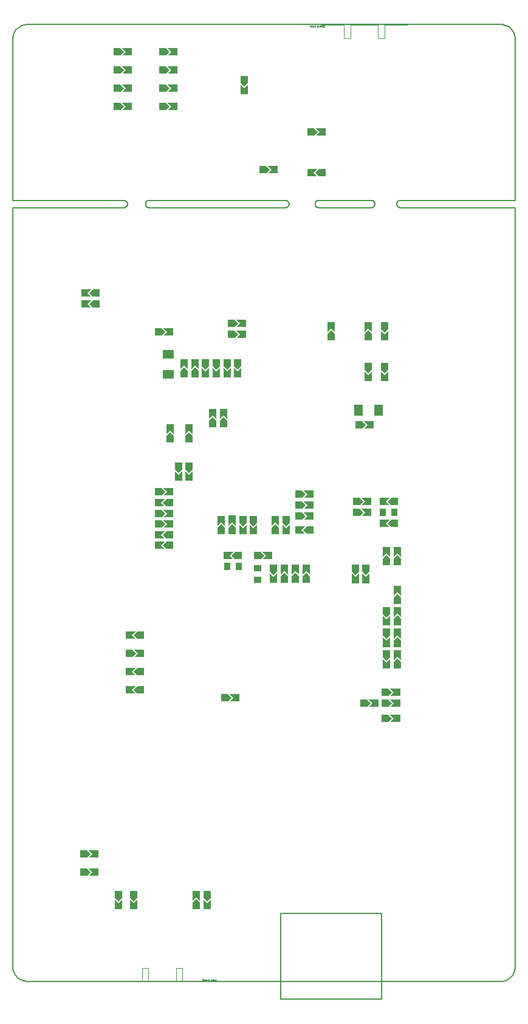
<source format=gbr>
%FSTAX23Y23*%
%MOIN*%
%SFA1B1*%

%IPPOS*%
%ADD12R,0.035430X0.039370*%
%ADD13R,0.039370X0.035430*%
%ADD16R,0.032000X0.040000*%
%ADD17R,0.040000X0.032000*%
%ADD43R,0.050000X0.060000*%
%ADD44R,0.060000X0.050000*%
%ADD55C,0.005000*%
%ADD70C,0.003940*%
%ADD71C,0.001970*%
%LNmb1137-1*%
%LPD*%
G36*
X00763Y00137D02*
X00783Y00117D01*
X00753*
Y00137*
Y00157*
X00783*
X00763Y00137*
G37*
G36*
X00803Y00117D02*
X00793D01*
X00773Y00137*
X00793Y00157*
X00803*
Y00117*
G37*
G36*
X01701Y00121D02*
Y00111D01*
X01661*
Y00121*
X01681Y00141*
X01701Y00121*
G37*
G36*
X01082Y00032D02*
X01062Y00052D01*
X01042Y00032*
Y00062*
X01082*
Y00032*
G37*
G36*
X01642Y00121D02*
Y00111D01*
X01602*
Y00121*
X01622Y00141*
X01642Y00121*
G37*
G36*
X01701Y00131D02*
X01681Y00151D01*
X01661Y00131*
Y00161*
X01701*
Y00131*
G37*
G36*
X00385Y00192D02*
X00405Y00172D01*
X00375*
Y00192*
Y00212*
X00405*
X00385Y00192*
G37*
G36*
X01642Y00131D02*
X01622Y00151D01*
X01602Y00131*
Y00161*
X01642*
Y00131*
G37*
G36*
X00951Y00138D02*
X00931Y00118D01*
X00921*
Y00158*
X00931*
X00951Y00138*
G37*
G36*
X00971D02*
Y00118D01*
X00941*
X00961Y00138*
X00941Y00158*
X00971*
Y00138*
G37*
G36*
X012Y00032D02*
X0118Y00052D01*
X0116Y00032*
Y00062*
X012*
Y00032*
G37*
G36*
X0147Y00009D02*
X0143D01*
Y00039*
X0145Y00019*
X0147Y00039*
Y00009*
G37*
G36*
X01529D02*
X01489D01*
Y00039*
X01509Y00019*
X01529Y00039*
Y00009*
G37*
G36*
X01082Y00022D02*
Y00012D01*
X01042*
Y00022*
X01062Y00042*
X01082Y00022*
G37*
G36*
X01141Y00022D02*
Y00012D01*
X01101*
Y00022*
X01121Y00042*
X01141Y00022*
G37*
G36*
X012D02*
Y00012D01*
X0116*
Y00022*
X0118Y00042*
X012Y00022*
G37*
G36*
X01023Y00049D02*
X01003Y00029D01*
X00983Y00049*
Y00059*
X01023*
Y00049*
G37*
G36*
X01141Y00032D02*
X01121Y00052D01*
X01101Y00032*
Y00062*
X01141*
Y00032*
G37*
G36*
X01529Y00049D02*
X01509Y00029D01*
X01489Y00049*
Y00059*
X01529*
Y00049*
G37*
G36*
X01023Y00009D02*
X00983D01*
Y00039*
X01003Y00019*
X01023Y00039*
Y00009*
G37*
G36*
X0147Y00049D02*
X0145Y00029D01*
X0143Y00049*
Y00059*
X0147*
Y00049*
G37*
G36*
X00425Y00172D02*
X00415D01*
X00395Y00192*
X00415Y00212*
X00425*
Y00172*
G37*
G36*
X00854Y00318D02*
X00834Y00298D01*
X00814Y00318*
Y00328*
X00854*
Y00318*
G37*
G36*
X00913D02*
X00893Y00298D01*
X00873Y00318*
Y00328*
X00913*
Y00318*
G37*
G36*
X01657Y00294D02*
X01647D01*
X01627Y00314*
X01647Y00334*
X01657*
Y00294*
G37*
G36*
X00428Y00309D02*
Y00289D01*
X00398*
X00418Y00309*
X00398Y00329*
X00428*
Y00309*
G37*
G36*
X01617Y00314D02*
X01637Y00294D01*
X01607*
Y00314*
Y00334*
X01637*
X01617Y00314*
G37*
G36*
X00795Y00301D02*
X00775Y00321D01*
X00755Y00301*
Y00331*
X00795*
Y00301*
G37*
G36*
X01178Y00354D02*
X01158Y00334D01*
X01148*
Y00374*
X01158*
X01178Y00354*
G37*
G36*
X01033Y00301D02*
X01013Y00321D01*
X00993Y00301*
Y00331*
X01033*
Y00301*
G37*
G36*
X01092Y00318D02*
X01072Y00298D01*
X01052Y00318*
Y00328*
X01092*
Y00318*
G37*
G36*
X00736Y00301D02*
X00716Y00321D01*
X00696Y00301*
Y00331*
X00736*
Y00301*
G37*
G36*
X00408Y00309D02*
X00388Y00289D01*
X00378*
Y00329*
X00388*
X00408Y00309*
G37*
G36*
X01195Y00256D02*
X01185D01*
X01165Y00276*
X01185Y00296*
X01195*
Y00256*
G37*
G36*
X00736Y00291D02*
Y00281D01*
X00696*
Y00291*
X00716Y00311*
X00736Y00291*
G37*
G36*
X01155Y00276D02*
X01175Y00256D01*
X01145*
Y00276*
Y00296*
X01175*
X01155Y00276*
G37*
G36*
X00385Y00251D02*
X00405Y00231D01*
X00375*
Y00251*
Y00271*
X00405*
X00385Y00251*
G37*
G36*
X00425Y00231D02*
X00415D01*
X00395Y00251*
X00415Y00271*
X00425*
Y00231*
G37*
G36*
X00913Y00278D02*
X00873D01*
Y00308*
X00893Y00288*
X00913Y00308*
Y00278*
G37*
G36*
X01092D02*
X01052D01*
Y00308*
X01072Y00288*
X01092Y00308*
Y00278*
G37*
G36*
X00854D02*
X00814D01*
Y00308*
X00834Y00288*
X00854Y00308*
Y00278*
G37*
G36*
X01033Y00291D02*
Y00281D01*
X00993*
Y00291*
X01013Y00311*
X01033Y00291*
G37*
G36*
X00795Y00291D02*
Y00281D01*
X00755*
Y00291*
X00775Y00311*
X00795Y00291*
G37*
G36*
X017Y-00082D02*
X0168Y-00062D01*
X0166Y-00082*
Y-00052*
X017*
Y-00082*
G37*
G36*
X01535Y-00672D02*
X01515Y-00692D01*
X01505*
Y-00652*
X01515*
X01535Y-00672*
G37*
G36*
X01555D02*
Y-00692D01*
X01525*
X01545Y-00672*
X01525Y-00652*
X01555*
Y-00672*
G37*
G36*
X01673Y-00755D02*
Y-00775D01*
X01643*
X01663Y-00755*
X01643Y-00735*
X01673*
Y-00755*
G37*
G36*
X00018Y-015D02*
Y-0152D01*
X-00011*
X00008Y-015*
X-00011Y-0148*
X00018*
Y-015*
G37*
G36*
X01653Y-00755D02*
X01633Y-00775D01*
X01623*
Y-00735*
X01633*
X01653Y-00755*
G37*
G36*
X00791Y-00642D02*
Y-00662D01*
X00761*
X00781Y-00642*
X00761Y-00622*
X00791*
Y-00642*
G37*
G36*
X01653Y-00613D02*
X01633Y-00633D01*
X01623*
Y-00593*
X01633*
X01653Y-00613*
G37*
G36*
X00771Y-00642D02*
X00751Y-00662D01*
X00741*
Y-00622*
X00751*
X00771Y-00642*
G37*
G36*
X01653Y-00672D02*
X01633Y-00692D01*
X01623*
Y-00652*
X01633*
X01653Y-00672*
G37*
G36*
X01673D02*
Y-00692D01*
X01643*
X01663Y-00672*
X01643Y-00652*
X01673*
Y-00672*
G37*
G36*
X-00001Y-015D02*
X-00021Y-0152D01*
X-00031*
Y-0148*
X-00021*
X-00001Y-015*
G37*
G36*
X00256Y-01779D02*
X00216D01*
Y-01749*
X00236Y-01769*
X00256Y-01749*
Y-01779*
G37*
G36*
X00658Y-01739D02*
X00638Y-01759D01*
X00618Y-01739*
Y-01729*
X00658*
Y-01739*
G37*
G36*
X00171Y-01779D02*
X00131D01*
Y-01749*
X00151Y-01769*
X00171Y-01749*
Y-01779*
G37*
G36*
X00599Y-01766D02*
Y-01776D01*
X00559*
Y-01766*
X00579Y-01746*
X00599Y-01766*
G37*
G36*
X00658Y-01779D02*
X00618D01*
Y-01749*
X00638Y-01769*
X00658Y-01749*
Y-01779*
G37*
G36*
X-00001Y-016D02*
X-00021Y-0162D01*
X-00031*
Y-0158*
X-00021*
X-00001Y-016*
G37*
G36*
X00018D02*
Y-0162D01*
X-00011*
X00008Y-016*
X-00011Y-0158*
X00018*
Y-016*
G37*
G36*
X00599Y-01756D02*
X00579Y-01736D01*
X00559Y-01756*
Y-01726*
X00599*
Y-01756*
G37*
G36*
X00171Y-01739D02*
X00151Y-01759D01*
X00131Y-01739*
Y-01729*
X00171*
Y-01739*
G37*
G36*
X00256D02*
X00236Y-01759D01*
X00216Y-01739*
Y-01729*
X00256*
Y-01739*
G37*
G36*
X01673Y-00613D02*
Y-00633D01*
X01643*
X01663Y-00613*
X01643Y-00593*
X01673*
Y-00613*
G37*
G36*
X00265Y-0032D02*
X00255D01*
X00235Y-003*
X00255Y-0028*
X00265*
Y-0032*
G37*
G36*
X01701Y-00319D02*
X01681Y-00299D01*
X01661Y-00319*
Y-00289*
X01701*
Y-00319*
G37*
G36*
X00225Y-003D02*
X00245Y-0032D01*
X00215*
Y-003*
Y-0028*
X00245*
X00225Y-003*
G37*
G36*
X01642Y-00341D02*
X01602D01*
Y-00311*
X01622Y-00331*
X01642Y-00311*
Y-00341*
G37*
G36*
Y-00301D02*
X01622Y-00321D01*
X01602Y-00301*
Y-00291*
X01642*
Y-00301*
G37*
G36*
X01701Y-00201D02*
X01681Y-00181D01*
X01661Y-00201*
Y-00171*
X01701*
Y-00201*
G37*
G36*
X017Y-00092D02*
Y-00102D01*
X0166*
Y-00092*
X0168Y-00072*
X017Y-00092*
G37*
G36*
X01641Y-00183D02*
X01621Y-00203D01*
X01601Y-00183*
Y-00173*
X01641*
Y-00183*
G37*
G36*
X01701Y-00211D02*
Y-00221D01*
X01661*
Y-00211*
X01681Y-00191*
X01701Y-00211*
G37*
G36*
X01641Y-00223D02*
X01601D01*
Y-00193*
X01621Y-00213*
X01641Y-00193*
Y-00223*
G37*
G36*
X01701Y-00329D02*
Y-00339D01*
X01661*
Y-00329*
X01681Y-00309*
X01701Y-00329*
G37*
G36*
X00265Y-0052D02*
X00255D01*
X00235Y-005*
X00255Y-0048*
X00265*
Y-0052*
G37*
G36*
X01701Y-00446D02*
Y-00456D01*
X01661*
Y-00446*
X01681Y-00426*
X01701Y-00446*
G37*
G36*
X00225Y-005D02*
X00245Y-0052D01*
X00215*
Y-005*
Y-0048*
X00245*
X00225Y-005*
G37*
G36*
X00226Y-006D02*
X00246Y-0062D01*
X00216*
Y-006*
Y-0058*
X00246*
X00226Y-006*
G37*
G36*
X00266Y-0062D02*
X00256D01*
X00236Y-006*
X00256Y-0058*
X00266*
Y-0062*
G37*
G36*
X00248Y-004D02*
X00228Y-0042D01*
X00218*
Y-0038*
X00228*
X00248Y-004*
G37*
G36*
X00268D02*
Y-0042D01*
X00238*
X00258Y-004*
X00238Y-0038*
X00268*
Y-004*
G37*
G36*
X01701Y-00436D02*
X01681Y-00416D01*
X01661Y-00436*
Y-00406*
X01701*
Y-00436*
G37*
G36*
X01642Y-00459D02*
X01602D01*
Y-00429*
X01622Y-00449*
X01642Y-00429*
Y-00459*
G37*
G36*
Y-00419D02*
X01622Y-00439D01*
X01602Y-00419*
Y-00409*
X01642*
Y-00419*
G37*
G36*
X00827Y0141D02*
Y0139D01*
X00797*
X00817Y0141*
X00797Y0143*
X00827*
Y0141*
G37*
G36*
X-00017Y01518D02*
X00002Y01498D01*
X-00027*
Y01518*
Y01538*
X00002*
X-00017Y01518*
G37*
G36*
X00807Y0141D02*
X00787Y0139D01*
X00777*
Y0143*
X00787*
X00807Y0141*
G37*
G36*
X01338Y01362D02*
X01318Y01382D01*
X01298Y01362*
Y01392*
X01338*
Y01362*
G37*
G36*
X01542D02*
X01522Y01382D01*
X01502Y01362*
Y01392*
X01542*
Y01362*
G37*
G36*
X01221Y02236D02*
X01241Y02216D01*
X01211*
Y02236*
Y02256*
X01241*
X01221Y02236*
G37*
G36*
X01261Y02216D02*
X01251D01*
X01231Y02236*
X01251Y02256*
X01261*
Y02216*
G37*
G36*
X00022Y01557D02*
X00012D01*
X-00007Y01577*
X00012Y01597*
X00022*
Y01557*
G37*
G36*
Y01498D02*
X00012D01*
X-00007Y01518*
X00012Y01538*
X00022*
Y01498*
G37*
G36*
X-00017Y01577D02*
X00002Y01557D01*
X-00027*
Y01577*
Y01597*
X00002*
X-00017Y01577*
G37*
G36*
X01632Y01381D02*
X01612Y01361D01*
X01592Y01381*
Y01391*
X01632*
Y01381*
G37*
G36*
X00807Y01351D02*
X00787Y01331D01*
X00777*
Y01371*
X00787*
X00807Y01351*
G37*
G36*
X00827D02*
Y01331D01*
X00797*
X00817Y01351*
X00797Y01371*
X00827*
Y01351*
G37*
G36*
X0059Y0116D02*
X0057Y0118D01*
X0055Y0116*
Y0119*
X0059*
Y0116*
G37*
G36*
X00767Y01177D02*
X00747Y01157D01*
X00727Y01177*
Y01187*
X00767*
Y01177*
G37*
G36*
X00531Y0116D02*
X00511Y0118D01*
X00491Y0116*
Y0119*
X00531*
Y0116*
G37*
G36*
X01542Y01352D02*
Y01342D01*
X01502*
Y01352*
X01522Y01372*
X01542Y01352*
G37*
G36*
X01632Y01341D02*
X01592D01*
Y01371*
X01612Y01351*
X01632Y01371*
Y01341*
G37*
G36*
X01338Y01352D02*
Y01342D01*
X01298*
Y01352*
X01318Y01372*
X01338Y01352*
G37*
G36*
X00408Y01362D02*
X00388Y01342D01*
X00378*
Y01382*
X00388*
X00408Y01362*
G37*
G36*
X00428D02*
Y01342D01*
X00398*
X00418Y01362*
X00398Y01382*
X00428*
Y01362*
G37*
G36*
X0098Y02252D02*
X0096Y02232D01*
X0095*
Y02272*
X0096*
X0098Y02252*
G37*
G36*
X00202Y028D02*
Y0278D01*
X00172*
X00192Y028*
X00172Y0282*
X00202*
Y028*
G37*
G36*
X0043D02*
X0041Y0278D01*
X004*
Y0282*
X0041*
X0043Y028*
G37*
G36*
X00182D02*
X00162Y0278D01*
X00152*
Y0282*
X00162*
X00182Y028*
G37*
G36*
X00863Y02689D02*
X00823D01*
Y02719*
X00843Y02699*
X00863Y02719*
Y02689*
G37*
G36*
Y02729D02*
X00843Y02709D01*
X00823Y02729*
Y02739*
X00863*
Y02729*
G37*
G36*
X0043Y029D02*
X0041Y0288D01*
X004*
Y0292*
X0041*
X0043Y029*
G37*
G36*
X0045D02*
Y0288D01*
X0042*
X0044Y029*
X0042Y0292*
X0045*
Y029*
G37*
G36*
X00202D02*
Y0288D01*
X00172*
X00192Y029*
X00172Y0292*
X00202*
Y029*
G37*
G36*
X0045Y028D02*
Y0278D01*
X0042*
X0044Y028*
X0042Y0282*
X0045*
Y028*
G37*
G36*
X00182Y029D02*
X00162Y0288D01*
X00152*
Y0292*
X00162*
X00182Y029*
G37*
G36*
X0045Y027D02*
Y0268D01*
X0042*
X0044Y027*
X0042Y0272*
X0045*
Y027*
G37*
G36*
X00182Y026D02*
X00162Y0258D01*
X00152*
Y0262*
X00162*
X00182Y026*
G37*
G36*
X00202D02*
Y0258D01*
X00172*
X00192Y026*
X00172Y0262*
X00202*
Y026*
G37*
G36*
X01264Y0246D02*
Y0244D01*
X01234*
X01254Y0246*
X01234Y0248*
X01264*
Y0246*
G37*
G36*
X01Y02252D02*
Y02232D01*
X0097*
X0099Y02252*
X0097Y02272*
X01*
Y02252*
G37*
G36*
X01244Y0246D02*
X01224Y0244D01*
X01214*
Y0248*
X01224*
X01244Y0246*
G37*
G36*
X00202Y027D02*
Y0268D01*
X00172*
X00192Y027*
X00172Y0272*
X00202*
Y027*
G37*
G36*
X0043D02*
X0041Y0268D01*
X004*
Y0272*
X0041*
X0043Y027*
G37*
G36*
X00182D02*
X00162Y0268D01*
X00152*
Y0272*
X00162*
X00182Y027*
G37*
G36*
X0043Y026D02*
X0041Y0258D01*
X004*
Y0262*
X0041*
X0043Y026*
G37*
G36*
X0045D02*
Y0258D01*
X0042*
X0044Y026*
X0042Y0262*
X0045*
Y026*
G37*
G36*
X00708Y01177D02*
X00688Y01157D01*
X00668Y01177*
Y01187*
X00708*
Y01177*
G37*
G36*
X01198Y00473D02*
Y00453D01*
X01168*
X01188Y00473*
X01168Y00493*
X01198*
Y00473*
G37*
G36*
X00408Y00486D02*
X00388Y00466D01*
X00378*
Y00506*
X00388*
X00408Y00486*
G37*
G36*
X01178Y00473D02*
X01158Y00453D01*
X01148*
Y00493*
X01158*
X01178Y00473*
G37*
G36*
X01617Y00432D02*
X01637Y00412D01*
X01607*
Y00432*
Y00452*
X01637*
X01617Y00432*
G37*
G36*
X01657Y00412D02*
X01647D01*
X01627Y00432*
X01647Y00452*
X01657*
Y00412*
G37*
G36*
X005Y0061D02*
X0048Y0059D01*
X0046Y0061*
Y0062*
X005*
Y0061*
G37*
G36*
X00559D02*
X00539Y0059D01*
X00519Y0061*
Y0062*
X00559*
Y0061*
G37*
G36*
Y0057D02*
X00519D01*
Y006*
X00539Y0058*
X00559Y006*
Y0057*
G37*
G36*
X00428Y00486D02*
Y00466D01*
X00398*
X00418Y00486*
X00398Y00506*
X00428*
Y00486*
G37*
G36*
X005Y0057D02*
X0046D01*
Y006*
X0048Y0058*
X005Y006*
Y0057*
G37*
G36*
X01516Y00432D02*
Y00412D01*
X01486*
X01506Y00432*
X01486Y00452*
X01516*
Y00432*
G37*
G36*
X01496Y00373D02*
X01476Y00353D01*
X01466*
Y00393*
X01476*
X01496Y00373*
G37*
G36*
X01516D02*
Y00353D01*
X01486*
X01506Y00373*
X01486Y00393*
X01516*
Y00373*
G37*
G36*
X00428Y00368D02*
Y00348D01*
X00398*
X00418Y00368*
X00398Y00388*
X00428*
Y00368*
G37*
G36*
X01198Y00354D02*
Y00334D01*
X01168*
X01188Y00354*
X01168Y00374*
X01198*
Y00354*
G37*
G36*
X00408Y00368D02*
X00388Y00348D01*
X00378*
Y00388*
X00388*
X00408Y00368*
G37*
G36*
X00426Y00407D02*
X00416D01*
X00396Y00427*
X00416Y00447*
X00426*
Y00407*
G37*
G36*
X01496Y00432D02*
X01476Y00412D01*
X01466*
Y00452*
X01476*
X01496Y00432*
G37*
G36*
X00386Y00427D02*
X00406Y00407D01*
X00376*
Y00427*
Y00447*
X00406*
X00386Y00427*
G37*
G36*
X01178Y00414D02*
X01158Y00394D01*
X01148*
Y00434*
X01158*
X01178Y00414*
G37*
G36*
X01198D02*
Y00394D01*
X01168*
X01188Y00414*
X01168Y00434*
X01198*
Y00414*
G37*
G36*
X00455Y00793D02*
Y00783D01*
X00415*
Y00793*
X00435Y00813*
X00455Y00793*
G37*
G36*
X0059Y0115D02*
Y0114D01*
X0055*
Y0115*
X0057Y0117*
X0059Y0115*
G37*
G36*
X00826Y01137D02*
X00786D01*
Y01167*
X00806Y01147*
X00826Y01167*
Y01137*
G37*
G36*
X00531Y0115D02*
Y0114D01*
X00491*
Y0115*
X00511Y0117*
X00531Y0115*
G37*
G36*
X01542Y01157D02*
X01522Y01137D01*
X01502Y01157*
Y01167*
X01542*
Y01157*
G37*
G36*
X01632D02*
X01612Y01137D01*
X01592Y01157*
Y01167*
X01632*
Y01157*
G37*
G36*
X00826Y01177D02*
X00806Y01157D01*
X00786Y01177*
Y01187*
X00826*
Y01177*
G37*
G36*
X00648D02*
X00628Y01157D01*
X00608Y01177*
Y01187*
X00648*
Y01177*
G37*
G36*
X00767Y01137D02*
X00727D01*
Y01167*
X00747Y01147*
X00767Y01167*
Y01137*
G37*
G36*
X00648D02*
X00608D01*
Y01167*
X00628Y01147*
X00648Y01167*
Y01137*
G37*
G36*
X00708D02*
X00668D01*
Y01167*
X00688Y01147*
X00708Y01167*
Y01137*
G37*
G36*
X01632Y01117D02*
X01592D01*
Y01147*
X01612Y01127*
X01632Y01147*
Y01117*
G37*
G36*
X01508Y00853D02*
X01488Y00833D01*
X01478*
Y00873*
X01488*
X01508Y00853*
G37*
G36*
X01528D02*
Y00833D01*
X01498*
X01518Y00853*
X01498Y00873*
X01528*
Y00853*
G37*
G36*
X00559Y00803D02*
X00539Y00823D01*
X00519Y00803*
Y00833*
X00559*
Y00803*
G37*
G36*
Y00793D02*
Y00783D01*
X00519*
Y00793*
X00539Y00813*
X00559Y00793*
G37*
G36*
X00455Y00803D02*
X00435Y00823D01*
X00415Y00803*
Y00833*
X00455*
Y00803*
G37*
G36*
X00748Y00888D02*
X00728Y00908D01*
X00708Y00888*
Y00918*
X00748*
Y00888*
G37*
G36*
X01542Y01117D02*
X01502D01*
Y01147*
X01522Y01127*
X01542Y01147*
Y01117*
G37*
G36*
X00688Y00888D02*
X00668Y00908D01*
X00648Y00888*
Y00918*
X00688*
Y00888*
G37*
G36*
Y00878D02*
Y00868D01*
X00648*
Y00878*
X00668Y00898*
X00688Y00878*
G37*
G36*
X00748D02*
Y00868D01*
X00708*
Y00878*
X00728Y00898*
X00748Y00878*
G37*
G54D12*
X00811Y00078D03*
X00748D03*
X01602Y00373D03*
X01665D03*
G54D13*
X00916Y00005D03*
Y00068D03*
G54D16*
X01613Y-00672D03*
X0168D03*
X01495D03*
X01562D03*
X0039Y029D03*
X00457D03*
X0039Y028D03*
X00457D03*
X0039Y027D03*
X00457D03*
X0039Y026D03*
X00457D03*
X00142Y029D03*
X00209D03*
X00142Y028D03*
X00209D03*
X00142Y027D03*
X00209D03*
X00142Y026D03*
X00209D03*
X-00034Y01577D03*
X00032D03*
X-00034Y01518D03*
X00032D03*
X00731Y-00642D03*
X00798D03*
X00368Y00486D03*
X00435D03*
X00767Y01351D03*
X00834D03*
X00767Y0141D03*
X00834D03*
X01138Y00473D03*
X01205D03*
X00368Y01362D03*
X00435D03*
X00275Y-003D03*
X00208D03*
X00276Y-006D03*
X00209D03*
X00208Y-004D03*
X00275D03*
Y-005D03*
X00208D03*
X01456Y00432D03*
X01523D03*
X01456Y00373D03*
X01523D03*
X01613Y-00755D03*
X0168D03*
X01613Y-00613D03*
X0168D03*
X01138Y00414D03*
X01205D03*
X00911Y00138D03*
X00978D03*
X01138Y00354D03*
X01205D03*
Y00276D03*
X01138D03*
X00368Y00309D03*
X00435D03*
X00368Y00368D03*
X00435D03*
X-00041Y-015D03*
X00025D03*
X-00041Y-016D03*
X00025D03*
X00435Y00251D03*
X00368D03*
X00435Y00192D03*
X00368D03*
X01468Y00853D03*
X01535D03*
X00813Y00137D03*
X00745D03*
X01271Y02236D03*
X01204D03*
Y0246D03*
X01271D03*
X0094Y02252D03*
X01007D03*
X00368Y00427D03*
X00436D03*
X016Y00314D03*
X01667D03*
X016Y00432D03*
X01667D03*
G54D17*
X01522Y014D03*
Y01332D03*
X01612Y01334D03*
Y01401D03*
X01522Y01177D03*
Y0111D03*
X01612Y01177D03*
Y0111D03*
X00747Y01197D03*
Y0113D03*
X00688Y01197D03*
Y0113D03*
X00236Y-01719D03*
Y-01786D03*
X00579D03*
Y-01719D03*
X00638Y-01719D03*
Y-01786D03*
X00806Y01197D03*
Y0113D03*
X01121Y00002D03*
Y00069D03*
X01062Y00002D03*
Y00069D03*
X01318Y01332D03*
Y014D03*
X01681Y-00349D03*
Y-00281D03*
Y00101D03*
Y00168D03*
X01622Y00101D03*
Y00168D03*
X01681Y-00231D03*
Y-00163D03*
Y-00466D03*
Y-00399D03*
X00775Y00271D03*
Y00339D03*
X00539Y0063D03*
Y00562D03*
X0048Y0063D03*
Y00562D03*
X00435Y00773D03*
Y0084D03*
X00539Y00773D03*
Y0084D03*
X01621Y-00163D03*
Y-00231D03*
X01622Y-00281D03*
Y-00349D03*
X00893Y00338D03*
Y00271D03*
X0118Y00002D03*
Y00069D03*
X01622Y-00399D03*
Y-00467D03*
X00834Y00338D03*
Y00271D03*
X01003Y00069D03*
Y00002D03*
X01013Y00271D03*
Y00338D03*
X00716Y00271D03*
Y00338D03*
X0057Y0113D03*
Y01197D03*
X00511Y0113D03*
Y01197D03*
X01072Y00338D03*
Y00271D03*
X00668Y00858D03*
Y00925D03*
X00728Y00858D03*
Y00925D03*
X00628Y01197D03*
Y0113D03*
X00843Y02749D03*
Y02682D03*
X0168Y-00045D03*
Y-00112D03*
X01509Y00001D03*
Y00069D03*
X0145Y00001D03*
Y00069D03*
X00151Y-01786D03*
Y-01719D03*
G54D43*
X01578Y00932D03*
X01468D03*
G54D44*
X00425Y0124D03*
Y0113D03*
G54D55*
X-00427Y-02121D02*
D01*
X-00427Y-02126*
X-00427Y-02132*
X-00426Y-02137*
X-00424Y-02142*
X-00423Y-02148*
X-0042Y-02153*
X-00418Y-02158*
X-00415Y-02162*
X-00412Y-02167*
X-00409Y-02171*
X-00405Y-02175*
X-00401Y-02179*
X-00397Y-02183*
X-00393Y-02186*
X-00388Y-02189*
X-00383Y-02191*
X-00378Y-02194*
X-00373Y-02196*
X-00368Y-02197*
X-00362Y-02198*
X-00357Y-02199*
X-00351Y-02199*
X-00349Y-02199*
X02249Y-02199D02*
D01*
X02254Y-02199*
X0226Y-02199*
X02265Y-02198*
X0227Y-02196*
X02276Y-02195*
X02281Y-02192*
X02286Y-0219*
X0229Y-02187*
X02295Y-02184*
X02299Y-02181*
X02303Y-02177*
X02307Y-02173*
X02311Y-02169*
X02314Y-02165*
X02317Y-0216*
X02319Y-02155*
X02322Y-0215*
X02324Y-02145*
X02325Y-0214*
X02326Y-02134*
X02327Y-02129*
X02327Y-02123*
X02327Y-02121*
X01698Y02085D02*
D01*
X01696Y02084*
X01695Y02084*
X01693Y02084*
X01692Y02084*
X01691Y02083*
X0169Y02083*
X01688Y02082*
X01687Y02082*
X01686Y02081*
X01685Y0208*
X01684Y02079*
X01683Y02078*
X01682Y02077*
X01681Y02076*
X0168Y02075*
X0168Y02073*
X01679Y02072*
X01679Y02071*
X01678Y0207*
X01678Y02068*
X01678Y02067*
X01678Y02066*
Y02064*
X01678Y02063*
X01678Y02061*
X01678Y0206*
X01679Y02059*
X01679Y02057*
X0168Y02056*
X0168Y02055*
X01681Y02054*
X01682Y02053*
X01683Y02052*
X01684Y02051*
X01685Y0205*
X01686Y02049*
X01687Y02048*
X01688Y02047*
X0169Y02047*
X01691Y02046*
X01692Y02046*
X01693Y02046*
X01695Y02045*
X01696Y02045*
X01698Y02045*
X0125Y02085D02*
D01*
X01248Y02084*
X01247Y02084*
X01245Y02084*
X01244Y02084*
X01243Y02083*
X01241Y02083*
X0124Y02082*
X01239Y02082*
X01238Y02081*
X01237Y0208*
X01236Y02079*
X01235Y02078*
X01234Y02077*
X01233Y02076*
X01232Y02075*
X01232Y02073*
X01231Y02072*
X01231Y02071*
X0123Y0207*
X0123Y02068*
X0123Y02067*
X0123Y02066*
Y02064*
X0123Y02063*
X0123Y02061*
X0123Y0206*
X01231Y02059*
X01231Y02057*
X01232Y02056*
X01232Y02055*
X01233Y02054*
X01234Y02053*
X01235Y02052*
X01236Y02051*
X01237Y0205*
X01238Y02049*
X01239Y02048*
X0124Y02047*
X01241Y02047*
X01243Y02046*
X01244Y02046*
X01245Y02046*
X01247Y02045*
X01248Y02045*
X0125Y02045*
X01538D02*
D01*
X01539Y02045*
X01541Y02045*
X01542Y02046*
X01544Y02046*
X01545Y02046*
X01546Y02047*
X01547Y02047*
X01549Y02048*
X0155Y02049*
X01551Y0205*
X01552Y02051*
X01553Y02052*
X01554Y02053*
X01554Y02054*
X01555Y02055*
X01556Y02056*
X01556Y02057*
X01557Y02059*
X01557Y0206*
X01557Y02061*
X01558Y02063*
X01558Y02064*
Y02066*
X01558Y02067*
X01557Y02068*
X01557Y0207*
X01557Y02071*
X01556Y02072*
X01556Y02073*
X01555Y02075*
X01554Y02076*
X01554Y02077*
X01553Y02078*
X01552Y02079*
X01551Y0208*
X0155Y02081*
X01549Y02082*
X01547Y02082*
X01546Y02083*
X01545Y02083*
X01544Y02084*
X01542Y02084*
X01541Y02084*
X01539Y02084*
X01538Y02085*
X00182Y02045D02*
D01*
X00183Y02045*
X00185Y02045*
X00186Y02046*
X00187Y02046*
X00189Y02046*
X0019Y02047*
X00191Y02047*
X00192Y02048*
X00193Y02049*
X00194Y0205*
X00195Y02051*
X00196Y02052*
X00197Y02053*
X00198Y02054*
X00199Y02055*
X00199Y02056*
X002Y02057*
X00201Y02059*
X00201Y0206*
X00201Y02061*
X00201Y02063*
X00201Y02064*
Y02066*
X00201Y02067*
X00201Y02068*
X00201Y0207*
X00201Y02071*
X002Y02072*
X00199Y02073*
X00199Y02075*
X00198Y02076*
X00197Y02077*
X00196Y02078*
X00195Y02079*
X00194Y0208*
X00193Y02081*
X00192Y02082*
X00191Y02082*
X0019Y02083*
X00189Y02083*
X00187Y02084*
X00186Y02084*
X00185Y02084*
X00183Y02084*
X00182Y02085*
X0032D02*
D01*
X00318Y02084*
X00317Y02084*
X00315Y02084*
X00314Y02084*
X00313Y02083*
X00312Y02083*
X0031Y02082*
X00309Y02082*
X00308Y02081*
X00307Y0208*
X00306Y02079*
X00305Y02078*
X00304Y02077*
X00303Y02076*
X00303Y02075*
X00302Y02073*
X00301Y02072*
X00301Y02071*
X003Y0207*
X003Y02068*
X003Y02067*
X003Y02066*
Y02064*
X003Y02063*
X003Y02061*
X003Y0206*
X00301Y02059*
X00301Y02057*
X00302Y02056*
X00303Y02055*
X00303Y02054*
X00304Y02053*
X00305Y02052*
X00306Y02051*
X00307Y0205*
X00308Y02049*
X00309Y02048*
X0031Y02047*
X00312Y02047*
X00313Y02046*
X00314Y02046*
X00315Y02046*
X00317Y02045*
X00318Y02045*
X0032Y02045*
X01068D02*
D01*
X01069Y02045*
X0107Y02045*
X01072Y02046*
X01073Y02046*
X01074Y02046*
X01076Y02047*
X01077Y02047*
X01078Y02048*
X01079Y02049*
X0108Y0205*
X01081Y02051*
X01082Y02052*
X01083Y02053*
X01084Y02054*
X01085Y02055*
X01085Y02056*
X01086Y02057*
X01086Y02059*
X01087Y0206*
X01087Y02061*
X01087Y02063*
X01087Y02064*
Y02066*
X01087Y02067*
X01087Y02068*
X01087Y0207*
X01086Y02071*
X01086Y02072*
X01085Y02073*
X01085Y02075*
X01084Y02076*
X01083Y02077*
X01082Y02078*
X01081Y02079*
X0108Y0208*
X01079Y02081*
X01078Y02082*
X01077Y02082*
X01076Y02083*
X01074Y02083*
X01073Y02084*
X01072Y02084*
X0107Y02084*
X01069Y02084*
X01068Y02085*
X-00349Y03049D02*
D01*
X-00354Y03049*
X-0036Y03048*
X-00365Y03047*
X-0037Y03046*
X-00376Y03044*
X-00381Y03042*
X-00386Y0304*
X-0039Y03037*
X-00395Y03034*
X-00399Y03031*
X-00403Y03027*
X-00407Y03023*
X-00411Y03019*
X-00414Y03014*
X-00417Y0301*
X-00419Y03005*
X-00422Y03*
X-00424Y02995*
X-00425Y02989*
X-00426Y02984*
X-00427Y02979*
X-00427Y02973*
X-00427Y0297*
X02327D02*
D01*
X02327Y02976*
X02327Y02981*
X02326Y02987*
X02324Y02992*
X02323Y02997*
X02321Y03002*
X02318Y03007*
X02315Y03012*
X02312Y03017*
X02309Y03021*
X02305Y03025*
X02301Y03029*
X02297Y03032*
X02293Y03036*
X02288Y03039*
X02283Y03041*
X02278Y03043*
X02273Y03045*
X02268Y03047*
X02262Y03048*
X02257Y03049*
X02251Y03049*
X02249Y03049*
X-00349Y-022D02*
X02249D01*
X0125Y02045D02*
X01538D01*
X0125Y02085D02*
X01538D01*
X-00349Y03049D02*
X02249D01*
X0032Y02045D02*
X01068D01*
X0032Y02085D02*
X01068D01*
X01698Y02045D02*
X02327D01*
X01698Y02085D02*
X02327D01*
X-00427D02*
X00182D01*
X-00427Y02045D02*
X00182D01*
X-00427Y02085D02*
Y0297D01*
X02327Y-02121D02*
Y02045D01*
Y02085D02*
Y0297D01*
D01*
X-00427Y-02121D02*
Y02045D01*
X01043Y-01825D02*
X01594D01*
X01043Y-02297D02*
Y-01825D01*
X01594Y-02297D02*
Y-01825D01*
X01043Y-02297D02*
X01594D01*
X01043Y-02199D02*
X01594D01*
G54D70*
X00155Y-02199D02*
X0028D01*
Y-02125*
X00316*
Y-02199D02*
Y-02125D01*
Y-02199D02*
X00392D01*
X00467*
Y-02125*
X00503*
Y-02199D02*
Y-02125D01*
Y-02199D02*
X00628D01*
X01263Y03047D02*
X01388D01*
Y02973D02*
Y03047D01*
Y02973D02*
X01424D01*
Y03047*
X015*
X01575*
Y02973D02*
Y03047D01*
Y02973D02*
X01611D01*
Y03047*
X01736*
G54D71*
X00612Y-02186D02*
Y-02194D01*
X00615*
X00617Y-02193*
Y-02192*
X00615Y-0219*
X00612*
X00615*
X00617Y-02189*
Y-02188*
X00615Y-02186*
X00612*
X00621Y-02194D02*
X00623D01*
X00625Y-02193*
Y-0219*
X00623Y-02189*
X00621*
X00619Y-0219*
Y-02193*
X00621Y-02194*
X00629Y-02189D02*
X00631D01*
X00632Y-0219*
Y-02194*
X00629*
X00627Y-02193*
X00629Y-02192*
X00632*
X00635Y-02189D02*
Y-02194D01*
Y-02192*
X00636Y-0219*
X00638Y-02189*
X00639*
X00648Y-02186D02*
Y-02194D01*
X00644*
X00643Y-02193*
Y-0219*
X00644Y-02189*
X00648*
X00663Y-02194D02*
X0066D01*
X00659Y-02193*
Y-0219*
X0066Y-02189*
X00663*
X00664Y-0219*
Y-02192*
X00659*
X00672Y-02186D02*
Y-02194D01*
X00668*
X00667Y-02193*
Y-0219*
X00668Y-02189*
X00672*
X00677Y-02197D02*
X00678D01*
X0068Y-02195*
Y-02189*
X00676*
X00674Y-0219*
Y-02193*
X00676Y-02194*
X0068*
X00686D02*
X00684D01*
X00682Y-02193*
Y-0219*
X00684Y-02189*
X00686*
X00688Y-0219*
Y-02192*
X00682*
X0128Y03034D02*
Y03042D01*
X01276*
X01274Y03041*
Y0304*
X01276Y03038*
X0128*
X01276*
X01274Y03037*
Y03036*
X01276Y03034*
X0128*
X0127Y03042D02*
X01268D01*
X01266Y03041*
Y03038*
X01268Y03037*
X0127*
X01272Y03038*
Y03041*
X0127Y03042*
X01262Y03037D02*
X0126D01*
X01259Y03038*
Y03042*
X01262*
X01264Y03041*
X01262Y0304*
X01259*
X01256Y03037D02*
Y03042D01*
Y0304*
X01255Y03038*
X01253Y03037*
X01252*
X01243Y03034D02*
Y03042D01*
X01247*
X01248Y03041*
Y03038*
X01247Y03037*
X01243*
X01228Y03042D02*
X01231D01*
X01232Y03041*
Y03038*
X01231Y03037*
X01228*
X01227Y03038*
Y0304*
X01232*
X01219Y03034D02*
Y03042D01*
X01223*
X01224Y03041*
Y03038*
X01223Y03037*
X01219*
X01214Y03045D02*
X01213D01*
X01211Y03043*
Y03037*
X01215*
X01217Y03038*
Y03041*
X01215Y03042*
X01211*
X01205D02*
X01207D01*
X01209Y03041*
Y03038*
X01207Y03037*
X01205*
X01203Y03038*
Y0304*
X01209*
M02*
</source>
